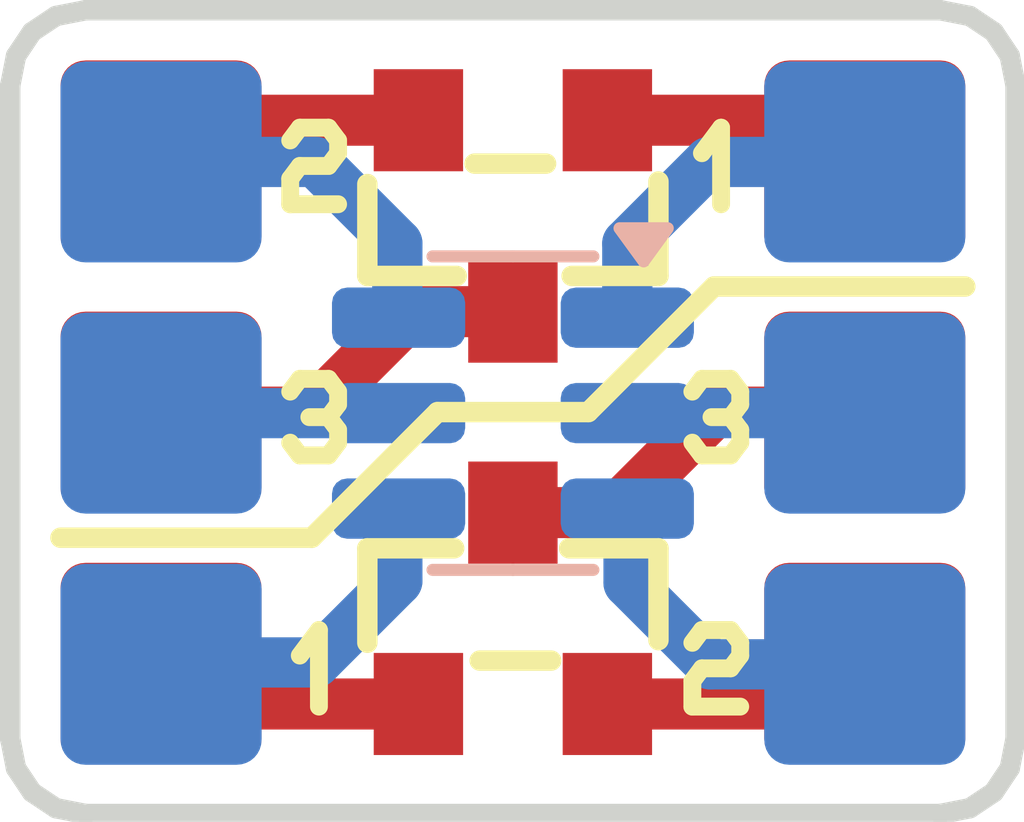
<source format=kicad_pcb>
(kicad_pcb (version 20241229) (generator "pcbnew") (generator_version "9.0")
  (layers (0 "F.Cu" signal) (2 "B.Cu" signal) (13 "F.Paste" user) (15 "B.Paste" user) (5 "F.SilkS" user "F.Silkscreen") (7 "B.SilkS" user "B.Silkscreen") (1 "F.Mask" user) (3 "B.Mask" user) (25 "Edge.Cuts" user))
  (net 0 "")
  (footprint "Package_TO_SOT_SMD:SOT-23-6" (layer "B.Cu") (at 33.41986 23.42343 180)
    (property "Reference" "REF**" (hide yes))
    (property "Value" "SOT-23-6")
    (fp_line (start 0.8 1.56) (end 0 1.56) (stroke (width 0.12)) (layer "B.SilkS"))
    (fp_line (start 0.8 -1.56) (end 0 -1.56) (stroke (width 0.12)) (layer "B.SilkS"))
    (fp_line (start -0.8 1.56) (end 0 1.56) (stroke (width 0.12)) (layer "B.SilkS"))
    (fp_line (start -0.8 -1.56) (end 0 -1.56) (stroke (width 0.12)) (layer "B.SilkS"))
    (fp_poly (pts (xy -1.3 1.51) (xy -1.54 1.84) (xy -1.06 1.84) (xy -1.3 1.51)) (stroke (width 0.12)) (fill yes) (layer "B.SilkS"))
    (pad "1" smd roundrect (at -1.1375 0.95 180) (size 1.325 0.6) (layers "B.Cu" "B.Mask" "B.Paste"))
    (pad "2" smd roundrect (at -1.1375 0 180) (size 1.325 0.6) (layers "B.Cu" "B.Mask" "B.Paste"))
    (pad "3" smd roundrect (at -1.1375 -0.95 180) (size 1.325 0.6) (layers "B.Cu" "B.Mask" "B.Paste"))
    (pad "4" smd roundrect (at 1.1375 -0.95 180) (size 1.325 0.6) (layers "B.Cu" "B.Mask" "B.Paste"))
    (pad "5" smd roundrect (at 1.1375 0 180) (size 1.325 0.6) (layers "B.Cu" "B.Mask" "B.Paste"))
    (pad "6" smd roundrect (at 1.1375 0.95 180) (size 1.325 0.6) (layers "B.Cu" "B.Mask" "B.Paste"))
  )
  (gr_poly (pts (xy 34.80363 25.810215) (xy 33.91463 25.810215) (xy 33.91463 26.826215) (xy 34.80363 26.826215)) (fill yes) (layer "F.Cu"))
  (gr_poly (pts (xy 32.92403 20.000215) (xy 32.03503 20.000215) (xy 32.03503 21.016215) (xy 32.92403 21.016215)) (fill yes) (layer "F.Cu"))
  (gr_poly (pts (xy 37.72045 24.408245) (xy 37.76772 24.393925) (xy 37.81023 24.371195) (xy 37.84706 24.340945) (xy 37.8773 24.304115) (xy 37.90004 24.261605) (xy 37.91436 24.214335) (xy 37.91933 24.163215) (xy 37.91933 22.663215) (xy 37.91436 22.612095) (xy 37.90004 22.564825) (xy 37.8773 22.522315) (xy 37.84706 22.485485) (xy 37.81023 22.455235) (xy 37.76772 22.432505) (xy 37.72045 22.418185) (xy 37.66933 22.413215) (xy 36.16933 22.413215) (xy 36.11821 22.418185) (xy 36.07094 22.432505) (xy 36.02843 22.455235) (xy 35.9916 22.485485) (xy 35.96136 22.522315) (xy 35.93862 22.564825) (xy 35.9243 22.612095) (xy 35.91933 22.663215) (xy 35.91933 24.163215) (xy 35.9243 24.214335) (xy 35.93862 24.261605) (xy 35.96136 24.304115) (xy 35.9916 24.340945) (xy 36.02843 24.371195) (xy 36.07094 24.393925) (xy 36.11821 24.408245) (xy 36.16933 24.413215) (xy 37.66933 24.413215)) (fill yes) (layer "F.Cu"))
  (gr_poly (pts (xy 37.72045 21.908245) (xy 37.76772 21.893925) (xy 37.81023 21.871195) (xy 37.84706 21.840945) (xy 37.8773 21.804115) (xy 37.90004 21.761605) (xy 37.91436 21.714335) (xy 37.91933 21.663215) (xy 37.91933 20.163215) (xy 37.91436 20.112095) (xy 37.90004 20.064825) (xy 37.8773 20.022315) (xy 37.84706 19.985485) (xy 37.81023 19.955235) (xy 37.76772 19.932505) (xy 37.72045 19.918185) (xy 37.66933 19.913215) (xy 36.16933 19.913215) (xy 36.11821 19.918185) (xy 36.07094 19.932505) (xy 36.02843 19.955235) (xy 35.9916 19.985485) (xy 35.96136 20.022315) (xy 35.93862 20.064825) (xy 35.9243 20.112095) (xy 35.91933 20.163215) (xy 35.91933 21.663215) (xy 35.9243 21.714335) (xy 35.93862 21.761605) (xy 35.96136 21.804115) (xy 35.9916 21.840945) (xy 36.02843 21.871195) (xy 36.07094 21.893925) (xy 36.11821 21.908245) (xy 36.16933 21.913215) (xy 37.66933 21.913215)) (fill yes) (layer "F.Cu"))
  (gr_poly (pts (xy 34.80363 20.000215) (xy 33.91463 20.000215) (xy 33.91463 21.016215) (xy 34.80363 21.016215)) (fill yes) (layer "F.Cu"))
  (gr_poly (pts (xy 30.72045 21.908245) (xy 30.76772 21.893925) (xy 30.81023 21.871195) (xy 30.84706 21.840945) (xy 30.8773 21.804115) (xy 30.90004 21.761605) (xy 30.91436 21.714335) (xy 30.91933 21.663215) (xy 30.91933 20.163215) (xy 30.91436 20.112095) (xy 30.90004 20.064825) (xy 30.8773 20.022315) (xy 30.84706 19.985485) (xy 30.81023 19.955235) (xy 30.76772 19.932505) (xy 30.72045 19.918185) (xy 30.66933 19.913215) (xy 29.16933 19.913215) (xy 29.11821 19.918185) (xy 29.07094 19.932505) (xy 29.02843 19.955235) (xy 28.9916 19.985485) (xy 28.96136 20.022315) (xy 28.93862 20.064825) (xy 28.9243 20.112095) (xy 28.91933 20.163215) (xy 28.91933 21.663215) (xy 28.9243 21.714335) (xy 28.93862 21.761605) (xy 28.96136 21.804115) (xy 28.9916 21.840945) (xy 29.02843 21.871195) (xy 29.07094 21.893925) (xy 29.11821 21.908245) (xy 29.16933 21.913215) (xy 30.66933 21.913215)) (fill yes) (layer "F.Cu"))
  (gr_poly (pts (xy 30.72045 24.408245) (xy 30.76772 24.393925) (xy 30.81023 24.371195) (xy 30.84706 24.340945) (xy 30.8773 24.304115) (xy 30.90004 24.261605) (xy 30.91436 24.214335) (xy 30.91933 24.163215) (xy 30.91933 22.663215) (xy 30.91436 22.612095) (xy 30.90004 22.564825) (xy 30.8773 22.522315) (xy 30.84706 22.485485) (xy 30.81023 22.455235) (xy 30.76772 22.432505) (xy 30.72045 22.418185) (xy 30.66933 22.413215) (xy 29.16933 22.413215) (xy 29.11821 22.418185) (xy 29.07094 22.432505) (xy 29.02843 22.455235) (xy 28.9916 22.485485) (xy 28.96136 22.522315) (xy 28.93862 22.564825) (xy 28.9243 22.612095) (xy 28.91933 22.663215) (xy 28.91933 24.163215) (xy 28.9243 24.214335) (xy 28.93862 24.261605) (xy 28.96136 24.304115) (xy 28.9916 24.340945) (xy 29.02843 24.371195) (xy 29.07094 24.393925) (xy 29.11821 24.408245) (xy 29.16933 24.413215) (xy 30.66933 24.413215)) (fill yes) (layer "F.Cu"))
  (gr_poly (pts (xy 32.92403 25.810215) (xy 32.03503 25.810215) (xy 32.03503 26.826215) (xy 32.92403 26.826215)) (fill yes) (layer "F.Cu"))
  (gr_poly (pts (xy 33.86383 21.905215) (xy 32.97483 21.905215) (xy 32.97483 22.921215) (xy 33.86383 22.921215)) (fill yes) (layer "F.Cu"))
  (gr_poly (pts (xy 33.86383 23.905215) (xy 32.97483 23.905215) (xy 32.97483 24.921215) (xy 33.86383 24.921215)) (fill yes) (layer "F.Cu"))
  (gr_poly (pts (xy 37.72045 26.908245) (xy 37.76772 26.893925) (xy 37.81023 26.871195) (xy 37.84706 26.840945) (xy 37.8773 26.804115) (xy 37.90004 26.761605) (xy 37.91436 26.714335) (xy 37.91933 26.663215) (xy 37.91933 25.163215) (xy 37.91436 25.112095) (xy 37.90004 25.064825) (xy 37.8773 25.022315) (xy 37.84706 24.985485) (xy 37.81023 24.955235) (xy 37.76772 24.932505) (xy 37.72045 24.918185) (xy 37.66933 24.913215) (xy 36.16933 24.913215) (xy 36.11821 24.918185) (xy 36.07094 24.932505) (xy 36.02843 24.955235) (xy 35.9916 24.985485) (xy 35.96136 25.022315) (xy 35.93862 25.064825) (xy 35.9243 25.112095) (xy 35.91933 25.163215) (xy 35.91933 26.663215) (xy 35.9243 26.714335) (xy 35.93862 26.761605) (xy 35.96136 26.804115) (xy 35.9916 26.840945) (xy 36.02843 26.871195) (xy 36.07094 26.893925) (xy 36.11821 26.908245) (xy 36.16933 26.913215) (xy 37.66933 26.913215)) (fill yes) (layer "F.Cu"))
  (gr_poly (pts (xy 30.72045 26.908245) (xy 30.76772 26.893925) (xy 30.81023 26.871195) (xy 30.84706 26.840945) (xy 30.8773 26.804115) (xy 30.90004 26.761605) (xy 30.91436 26.714335) (xy 30.91933 26.663215) (xy 30.91933 25.163215) (xy 30.91436 25.112095) (xy 30.90004 25.064825) (xy 30.8773 25.022315) (xy 30.84706 24.985485) (xy 30.81023 24.955235) (xy 30.76772 24.932505) (xy 30.72045 24.918185) (xy 30.66933 24.913215) (xy 29.16933 24.913215) (xy 29.11821 24.918185) (xy 29.07094 24.932505) (xy 29.02843 24.955235) (xy 28.9916 24.985485) (xy 28.96136 25.022315) (xy 28.93862 25.064825) (xy 28.9243 25.112095) (xy 28.91933 25.163215) (xy 28.91933 26.663215) (xy 28.9243 26.714335) (xy 28.93862 26.761605) (xy 28.96136 26.804115) (xy 28.9916 26.840945) (xy 29.02843 26.871195) (xy 29.07094 26.893925) (xy 29.11821 26.908245) (xy 29.16933 26.913215) (xy 30.66933 26.913215)) (fill yes) (layer "F.Cu"))
  (gr_poly (pts (xy 36.11874 21.91846) (xy 36.07147 21.90414) (xy 36.02896 21.88141) (xy 35.99213 21.85116) (xy 35.96189 21.81433) (xy 35.93915 21.77182) (xy 35.92483 21.72455) (xy 35.91986 21.67343) (xy 35.91986 20.17343) (xy 35.92483 20.12231) (xy 35.93915 20.07504) (xy 35.96189 20.03253) (xy 35.99213 19.9957) (xy 36.02896 19.96545) (xy 36.07147 19.94272) (xy 36.11874 19.9284) (xy 36.16986 19.92343) (xy 37.66986 19.92343) (xy 37.72098 19.9284) (xy 37.76825 19.94272) (xy 37.81076 19.96545) (xy 37.84759 19.9957) (xy 37.87783 20.03253) (xy 37.90057 20.07504) (xy 37.91489 20.12231) (xy 37.91986 20.17343) (xy 37.91986 21.67343) (xy 37.91489 21.72455) (xy 37.90057 21.77182) (xy 37.87783 21.81433) (xy 37.84759 21.85116) (xy 37.81076 21.88141) (xy 37.76825 21.90414) (xy 37.72098 21.91846) (xy 37.66986 21.92343) (xy 36.16986 21.92343)) (fill yes) (layer "B.Cu"))
  (gr_poly (pts (xy 36.11874 24.41846) (xy 36.07147 24.40414) (xy 36.02896 24.38141) (xy 35.99213 24.35116) (xy 35.96189 24.31433) (xy 35.93915 24.27182) (xy 35.92483 24.22455) (xy 35.91986 24.17343) (xy 35.91986 22.67343) (xy 35.92483 22.62231) (xy 35.93915 22.57504) (xy 35.96189 22.53253) (xy 35.99213 22.4957) (xy 36.02896 22.46545) (xy 36.07147 22.44272) (xy 36.11874 22.4284) (xy 36.16986 22.42343) (xy 37.66986 22.42343) (xy 37.72098 22.4284) (xy 37.76825 22.44272) (xy 37.81076 22.46545) (xy 37.84759 22.4957) (xy 37.87783 22.53253) (xy 37.90057 22.57504) (xy 37.91489 22.62231) (xy 37.91986 22.67343) (xy 37.91986 24.17343) (xy 37.91489 24.22455) (xy 37.90057 24.27182) (xy 37.87783 24.31433) (xy 37.84759 24.35116) (xy 37.81076 24.38141) (xy 37.76825 24.40414) (xy 37.72098 24.41846) (xy 37.66986 24.42343) (xy 36.16986 24.42343)) (fill yes) (layer "B.Cu"))
  (gr_poly (pts (xy 29.11874 21.91846) (xy 29.07147 21.90414) (xy 29.02896 21.88141) (xy 28.99213 21.85116) (xy 28.96189 21.81433) (xy 28.93915 21.77182) (xy 28.92483 21.72455) (xy 28.91986 21.67343) (xy 28.91986 20.17343) (xy 28.92483 20.12231) (xy 28.93915 20.07504) (xy 28.96189 20.03253) (xy 28.99213 19.9957) (xy 29.02896 19.96545) (xy 29.07147 19.94272) (xy 29.11874 19.9284) (xy 29.16986 19.92343) (xy 30.66986 19.92343) (xy 30.72098 19.9284) (xy 30.76825 19.94272) (xy 30.81076 19.96545) (xy 30.84759 19.9957) (xy 30.87783 20.03253) (xy 30.90057 20.07504) (xy 30.91489 20.12231) (xy 30.91986 20.17343) (xy 30.91986 21.67343) (xy 30.91489 21.72455) (xy 30.90057 21.77182) (xy 30.87783 21.81433) (xy 30.84759 21.85116) (xy 30.81076 21.88141) (xy 30.76825 21.90414) (xy 30.72098 21.91846) (xy 30.66986 21.92343) (xy 29.16986 21.92343)) (fill yes) (layer "B.Cu"))
  (gr_poly (pts (xy 29.11874 24.41846) (xy 29.07147 24.40414) (xy 29.02896 24.38141) (xy 28.99213 24.35116) (xy 28.96189 24.31433) (xy 28.93915 24.27182) (xy 28.92483 24.22455) (xy 28.91986 24.17343) (xy 28.91986 22.67343) (xy 28.92483 22.62231) (xy 28.93915 22.57504) (xy 28.96189 22.53253) (xy 28.99213 22.4957) (xy 29.02896 22.46545) (xy 29.07147 22.44272) (xy 29.11874 22.4284) (xy 29.16986 22.42343) (xy 30.66986 22.42343) (xy 30.72098 22.4284) (xy 30.76825 22.44272) (xy 30.81076 22.46545) (xy 30.84759 22.4957) (xy 30.87783 22.53253) (xy 30.90057 22.57504) (xy 30.91489 22.62231) (xy 30.91986 22.67343) (xy 30.91986 24.17343) (xy 30.91489 24.22455) (xy 30.90057 24.27182) (xy 30.87783 24.31433) (xy 30.84759 24.35116) (xy 30.81076 24.38141) (xy 30.76825 24.40414) (xy 30.72098 24.41846) (xy 30.66986 24.42343) (xy 29.16986 24.42343)) (fill yes) (layer "B.Cu"))
  (gr_poly (pts (xy 36.11874 26.91846) (xy 36.07147 26.90414) (xy 36.02896 26.88141) (xy 35.99213 26.85116) (xy 35.96189 26.81433) (xy 35.93915 26.77182) (xy 35.92483 26.72455) (xy 35.91986 26.67343) (xy 35.91986 25.17343) (xy 35.92483 25.12231) (xy 35.93915 25.07504) (xy 35.96189 25.03253) (xy 35.99213 24.9957) (xy 36.02896 24.96545) (xy 36.07147 24.94272) (xy 36.11874 24.9284) (xy 36.16986 24.92343) (xy 37.66986 24.92343) (xy 37.72098 24.9284) (xy 37.76825 24.94272) (xy 37.81076 24.96545) (xy 37.84759 24.9957) (xy 37.87783 25.03253) (xy 37.90057 25.07504) (xy 37.91489 25.12231) (xy 37.91986 25.17343) (xy 37.91986 26.67343) (xy 37.91489 26.72455) (xy 37.90057 26.77182) (xy 37.87783 26.81433) (xy 37.84759 26.85116) (xy 37.81076 26.88141) (xy 37.76825 26.90414) (xy 37.72098 26.91846) (xy 37.66986 26.92343) (xy 36.16986 26.92343)) (fill yes) (layer "B.Cu"))
  (gr_poly (pts (xy 29.11874 26.91846) (xy 29.07147 26.90414) (xy 29.02896 26.88141) (xy 28.99213 26.85116) (xy 28.96189 26.81433) (xy 28.93915 26.77182) (xy 28.92483 26.72455) (xy 28.91986 26.67343) (xy 28.91986 25.17343) (xy 28.92483 25.12231) (xy 28.93915 25.07504) (xy 28.96189 25.03253) (xy 28.99213 24.9957) (xy 29.02896 24.96545) (xy 29.07147 24.94272) (xy 29.11874 24.9284) (xy 29.16986 24.92343) (xy 30.66986 24.92343) (xy 30.72098 24.9284) (xy 30.76825 24.94272) (xy 30.81076 24.96545) (xy 30.84759 24.9957) (xy 30.87783 25.03253) (xy 30.90057 25.07504) (xy 30.91489 25.12231) (xy 30.91986 25.17343) (xy 30.91986 26.67343) (xy 30.91489 26.72455) (xy 30.90057 26.77182) (xy 30.87783 26.81433) (xy 30.84759 26.85116) (xy 30.81076 26.88141) (xy 30.76825 26.90414) (xy 30.72098 26.91846) (xy 30.66986 26.92343) (xy 29.16986 26.92343)) (fill yes) (layer "B.Cu"))
  (gr_line (start 31.29962 23.844275) (end 31.20437 23.717275) (stroke (width 0.1778)) (layer "F.SilkS"))
  (gr_line (start 33.03833 20.940015) (end 33.74953 20.940015) (stroke (width 0.2032)) (layer "F.SilkS"))
  (gr_line (start 35.68062 23.590275) (end 35.68062 23.717275) (stroke (width 0.1778)) (layer "F.SilkS"))
  (gr_line (start 34.16933 23.413215) (end 35.41933 22.163215) (stroke (width 0.2032)) (layer "F.SilkS"))
  (gr_line (start 31.58537 23.463275) (end 31.68062 23.590275) (stroke (width 0.1778)) (layer "F.SilkS"))
  (gr_line (start 31.20437 23.209275) (end 31.29962 23.082275) (stroke (width 0.1778)) (layer "F.SilkS"))
  (gr_line (start 35.29962 23.844275) (end 35.20437 23.717275) (stroke (width 0.1778)) (layer "F.SilkS"))
  (gr_line (start 34.86713 24.768815) (end 34.86713 25.683215) (stroke (width 0.2032)) (layer "F.SilkS"))
  (gr_line (start 31.68062 23.209275) (end 31.68062 23.336275) (stroke (width 0.1778)) (layer "F.SilkS"))
  (gr_line (start 32.66933 23.413215) (end 34.16933 23.413215) (stroke (width 0.2032)) (layer "F.SilkS"))
  (gr_line (start 35.58537 23.844275) (end 35.29962 23.844275) (stroke (width 0.1778)) (layer "F.SilkS"))
  (gr_line (start 31.68062 20.709275) (end 31.68062 20.836275) (stroke (width 0.1778)) (layer "F.SilkS"))
  (gr_line (start 31.97153 25.708615) (end 31.97153 24.768815) (stroke (width 0.2032)) (layer "F.SilkS"))
  (gr_line (start 31.97153 22.057615) (end 32.86053 22.057615) (stroke (width 0.2032)) (layer "F.SilkS"))
  (gr_line (start 35.68062 25.709275) (end 35.68062 25.836275) (stroke (width 0.1778)) (layer "F.SilkS"))
  (gr_line (start 28.91933 24.663215) (end 31.41933 24.663215) (stroke (width 0.2032)) (layer "F.SilkS"))
  (gr_line (start 31.20437 21.344275) (end 31.68062 21.344275) (stroke (width 0.1778)) (layer "F.SilkS"))
  (gr_line (start 31.58537 23.844275) (end 31.29962 23.844275) (stroke (width 0.1778)) (layer "F.SilkS"))
  (gr_line (start 31.68062 20.836275) (end 31.58537 20.963275) (stroke (width 0.1778)) (layer "F.SilkS"))
  (gr_line (start 31.97153 22.057615) (end 31.97153 21.143215) (stroke (width 0.2032)) (layer "F.SilkS"))
  (gr_line (start 35.20437 23.209275) (end 35.29962 23.082275) (stroke (width 0.1778)) (layer "F.SilkS"))
  (gr_line (start 35.58537 25.963275) (end 35.29962 25.963275) (stroke (width 0.1778)) (layer "F.SilkS"))
  (gr_line (start 35.29962 25.963275) (end 35.20437 26.090275) (stroke (width 0.1778)) (layer "F.SilkS"))
  (gr_line (start 31.41933 24.663215) (end 32.66933 23.413215) (stroke (width 0.2032)) (layer "F.SilkS"))
  (gr_line (start 31.58537 20.582275) (end 31.68062 20.709275) (stroke (width 0.1778)) (layer "F.SilkS"))
  (gr_line (start 35.58537 23.082275) (end 35.68062 23.209275) (stroke (width 0.1778)) (layer "F.SilkS"))
  (gr_line (start 35.20437 26.090275) (end 35.20437 26.344275) (stroke (width 0.1778)) (layer "F.SilkS"))
  (gr_line (start 31.58537 23.082275) (end 31.68062 23.209275) (stroke (width 0.1778)) (layer "F.SilkS"))
  (gr_line (start 31.29962 20.963275) (end 31.20437 21.090275) (stroke (width 0.1778)) (layer "F.SilkS"))
  (gr_line (start 31.68062 23.336275) (end 31.58537 23.463275) (stroke (width 0.1778)) (layer "F.SilkS"))
  (gr_line (start 31.29962 23.082275) (end 31.58537 23.082275) (stroke (width 0.1778)) (layer "F.SilkS"))
  (gr_line (start 35.39487 23.463275) (end 35.58537 23.463275) (stroke (width 0.1778)) (layer "F.SilkS"))
  (gr_line (start 31.20437 21.090275) (end 31.20437 21.344275) (stroke (width 0.1778)) (layer "F.SilkS"))
  (gr_line (start 31.29962 20.582275) (end 31.58537 20.582275) (stroke (width 0.1778)) (layer "F.SilkS"))
  (gr_line (start 31.58537 20.963275) (end 31.29962 20.963275) (stroke (width 0.1778)) (layer "F.SilkS"))
  (gr_line (start 35.20437 26.344275) (end 35.68062 26.344275) (stroke (width 0.1778)) (layer "F.SilkS"))
  (gr_line (start 35.20437 25.709275) (end 35.29962 25.582275) (stroke (width 0.1778)) (layer "F.SilkS"))
  (gr_line (start 34.86713 22.057615) (end 34.00353 22.057615) (stroke (width 0.2032)) (layer "F.SilkS"))
  (gr_line (start 31.39487 23.463275) (end 31.58537 23.463275) (stroke (width 0.1778)) (layer "F.SilkS"))
  (gr_line (start 35.49012 20.582275) (end 35.49012 21.344275) (stroke (width 0.1778)) (layer "F.SilkS"))
  (gr_line (start 35.29962 20.836275) (end 35.49012 20.582275) (stroke (width 0.1778)) (layer "F.SilkS"))
  (gr_line (start 34.86713 21.117815) (end 34.86713 22.057615) (stroke (width 0.2032)) (layer "F.SilkS"))
  (gr_line (start 31.29962 25.836275) (end 31.49012 25.582275) (stroke (width 0.1778)) (layer "F.SilkS"))
  (gr_line (start 33.80033 25.886415) (end 33.08913 25.886415) (stroke (width 0.2032)) (layer "F.SilkS"))
  (gr_line (start 35.68062 23.209275) (end 35.68062 23.336275) (stroke (width 0.1778)) (layer "F.SilkS"))
  (gr_line (start 35.58537 23.463275) (end 35.68062 23.590275) (stroke (width 0.1778)) (layer "F.SilkS"))
  (gr_line (start 35.29962 25.582275) (end 35.58537 25.582275) (stroke (width 0.1778)) (layer "F.SilkS"))
  (gr_line (start 31.68062 23.590275) (end 31.68062 23.717275) (stroke (width 0.1778)) (layer "F.SilkS"))
  (gr_line (start 31.97153 24.768815) (end 32.83513 24.768815) (stroke (width 0.2032)) (layer "F.SilkS"))
  (gr_line (start 34.86713 24.768815) (end 33.97813 24.768815) (stroke (width 0.2032)) (layer "F.SilkS"))
  (gr_line (start 31.49012 25.582275) (end 31.49012 26.344275) (stroke (width 0.1778)) (layer "F.SilkS"))
  (gr_line (start 35.41933 22.163215) (end 37.91933 22.163215) (stroke (width 0.2032)) (layer "F.SilkS"))
  (gr_line (start 35.58537 25.582275) (end 35.68062 25.709275) (stroke (width 0.1778)) (layer "F.SilkS"))
  (gr_line (start 35.29962 23.082275) (end 35.58537 23.082275) (stroke (width 0.1778)) (layer "F.SilkS"))
  (gr_line (start 31.20437 20.709275) (end 31.29962 20.582275) (stroke (width 0.1778)) (layer "F.SilkS"))
  (gr_line (start 31.68062 23.717275) (end 31.58537 23.844275) (stroke (width 0.1778)) (layer "F.SilkS"))
  (gr_line (start 35.68062 23.336275) (end 35.58537 23.463275) (stroke (width 0.1778)) (layer "F.SilkS"))
  (gr_line (start 35.68062 25.836275) (end 35.58537 25.963275) (stroke (width 0.1778)) (layer "F.SilkS"))
  (gr_line (start 35.68062 23.717275) (end 35.58537 23.844275) (stroke (width 0.1778)) (layer "F.SilkS"))
  (gr_line (start 38.36147 26.958385) (end 38.20253 27.196415) (stroke (width 0.2032)) (layer "Edge.Cuts"))
  (gr_line (start 28.63613 19.630015) (end 28.87416 19.471075) (stroke (width 0.2032)) (layer "Edge.Cuts"))
  (gr_line (start 37.96449 19.471075) (end 38.20253 19.630015) (stroke (width 0.2032)) (layer "Edge.Cuts"))
  (gr_line (start 38.41933 20.163215) (end 38.41933 26.663215) (stroke (width 0.2032)) (layer "Edge.Cuts"))
  (gr_line (start 28.63613 27.196415) (end 28.47719 26.958385) (stroke (width 0.2032)) (layer "Edge.Cuts"))
  (gr_line (start 28.41933 26.663215) (end 28.41933 20.163215) (stroke (width 0.2032)) (layer "Edge.Cuts"))
  (gr_line (start 37.66933 27.413215) (end 29.16933 27.413215) (stroke (width 0.2032)) (layer "Edge.Cuts"))
  (gr_line (start 38.20253 27.196415) (end 37.96449 27.355355) (stroke (width 0.2032)) (layer "Edge.Cuts"))
  (gr_line (start 29.16933 27.413215) (end 28.87416 27.355355) (stroke (width 0.2032)) (layer "Edge.Cuts"))
  (gr_line (start 37.96449 27.355355) (end 37.66933 27.413215) (stroke (width 0.2032)) (layer "Edge.Cuts"))
  (gr_line (start 28.41933 20.163215) (end 28.47719 19.868055) (stroke (width 0.2032)) (layer "Edge.Cuts"))
  (gr_line (start 37.66933 19.413215) (end 37.96449 19.471075) (stroke (width 0.2032)) (layer "Edge.Cuts"))
  (gr_line (start 38.20253 19.630015) (end 38.36147 19.868055) (stroke (width 0.2032)) (layer "Edge.Cuts"))
  (gr_line (start 28.47719 19.868055) (end 28.63613 19.630015) (stroke (width 0.2032)) (layer "Edge.Cuts"))
  (gr_line (start 38.36147 19.868055) (end 38.41933 20.163215) (stroke (width 0.2032)) (layer "Edge.Cuts"))
  (gr_line (start 28.47719 26.958385) (end 28.41933 26.663215) (stroke (width 0.2032)) (layer "Edge.Cuts"))
  (gr_line (start 28.87416 19.471075) (end 29.16933 19.413215) (stroke (width 0.2032)) (layer "Edge.Cuts"))
  (gr_line (start 38.41933 26.663215) (end 38.36147 26.958385) (stroke (width 0.2032)) (layer "Edge.Cuts"))
  (gr_line (start 28.87416 27.355355) (end 28.63613 27.196415) (stroke (width 0.2032)) (layer "Edge.Cuts"))
  (gr_line (start 29.16933 19.413215) (end 37.66933 19.413215) (stroke (width 0.2032)) (layer "Edge.Cuts"))
  (segment (start 29.91933 23.413215) (end 31.41933 23.413215) (width 0.508) (layer "F.Cu") (net 0))
  (segment (start 36.91933 26.318215) (end 36.91933 25.913215) (width 0.508) (layer "F.Cu") (net 0))
  (segment (start 29.91933 20.508215) (end 29.91933 20.913215) (width 0.508) (layer "F.Cu") (net 0))
  (segment (start 32.47953 26.318215) (end 29.91933 26.318215) (width 0.508) (layer "F.Cu") (net 0))
  (segment (start 36.91933 23.413215) (end 35.41933 23.413215) (width 0.508) (layer "F.Cu") (net 0))
  (segment (start 34.35913 26.318215) (end 36.91933 26.318215) (width 0.508) (layer "F.Cu") (net 0))
  (segment (start 33.41933 22.413215) (end 32.41933 22.413215) (width 0.508) (layer "F.Cu") (net 0))
  (segment (start 36.91933 20.913215) (end 36.91933 21.163215) (width 0.508) (layer "F.Cu") (net 0))
  (segment (start 34.41933 24.413215) (end 33.41933 24.413215) (width 0.508) (layer "F.Cu") (net 0))
  (segment (start 35.41933 23.413215) (end 34.41933 24.413215) (width 0.508) (layer "F.Cu") (net 0))
  (segment (start 36.91933 25.913215) (end 36.91933 26.163215) (width 0.508) (layer "F.Cu") (net 0))
  (segment (start 36.91933 20.508215) (end 36.91933 20.913215) (width 0.508) (layer "F.Cu") (net 0))
  (segment (start 31.41933 23.413215) (end 32.41933 22.413215) (width 0.508) (layer "F.Cu") (net 0))
  (segment (start 29.91933 23.413215) (end 29.66933 23.413215) (width 0.508) (layer "F.Cu") (net 0))
  (segment (start 32.47953 20.508215) (end 29.91933 20.508215) (width 0.508) (layer "F.Cu") (net 0))
  (segment (start 34.35913 20.508215) (end 36.91933 20.508215) (width 0.508) (layer "F.Cu") (net 0))
  (segment (start 29.91933 26.318215) (end 29.91933 25.913215) (width 0.508) (layer "F.Cu") (net 0))
  (segment (start 36.91986 23.42343) (end 37.16986 23.42343) (width 0.508) (layer "B.Cu") (net 0))
  (segment (start 32.26986 21.73593) (end 32.26986 22.47343) (width 0.5) (layer "B.Cu") (net 0))
  (segment (start 29.90736 20.92343) (end 31.45736 20.92343) (width 0.5) (layer "B.Cu") (net 0))
  (segment (start 29.91986 20.51843) (end 29.91986 20.92343) (width 0.508) (layer "B.Cu") (net 0))
  (segment (start 36.91986 20.51843) (end 36.91986 20.92343) (width 0.508) (layer "B.Cu") (net 0))
  (segment (start 32.26986 25.09218) (end 32.26986 24.35468) (width 0.5) (layer "B.Cu") (net 0))
  (segment (start 36.93236 25.92343) (end 35.38236 25.92343) (width 0.5) (layer "B.Cu") (net 0))
  (segment (start 36.91986 26.32843) (end 36.91986 25.92343) (width 0.508) (layer "B.Cu") (net 0))
  (segment (start 31.45736 25.90468) (end 32.26986 25.09218) (width 0.5) (layer "B.Cu") (net 0))
  (segment (start 29.91986 20.92343) (end 29.91986 21.17343) (width 0.508) (layer "B.Cu") (net 0))
  (segment (start 36.91986 20.92343) (end 35.36986 20.92343) (width 0.5) (layer "B.Cu") (net 0))
  (segment (start 34.56986 25.11093) (end 34.56986 24.37343) (width 0.5) (layer "B.Cu") (net 0))
  (segment (start 29.91986 26.32843) (end 29.91986 25.92343) (width 0.508) (layer "B.Cu") (net 0))
  (segment (start 34.55736 23.42343) (end 36.91986 23.42343) (width 0.5) (layer "B.Cu") (net 0))
  (segment (start 34.55736 21.73593) (end 34.55736 22.47343) (width 0.5) (layer "B.Cu") (net 0))
  (segment (start 35.36986 20.92343) (end 34.55736 21.73593) (width 0.5) (layer "B.Cu") (net 0))
  (segment (start 29.90736 25.90468) (end 31.45736 25.90468) (width 0.5) (layer "B.Cu") (net 0))
  (segment (start 32.28236 23.42343) (end 29.91986 23.42343) (width 0.5) (layer "B.Cu") (net 0))
  (segment (start 35.38236 25.92343) (end 34.56986 25.11093) (width 0.5) (layer "B.Cu") (net 0))
  (segment (start 29.91986 25.92343) (end 29.91986 26.17343) (width 0.508) (layer "B.Cu") (net 0))
  (segment (start 31.45736 20.92343) (end 32.26986 21.73593) (width 0.5) (layer "B.Cu") (net 0))
)
</source>
